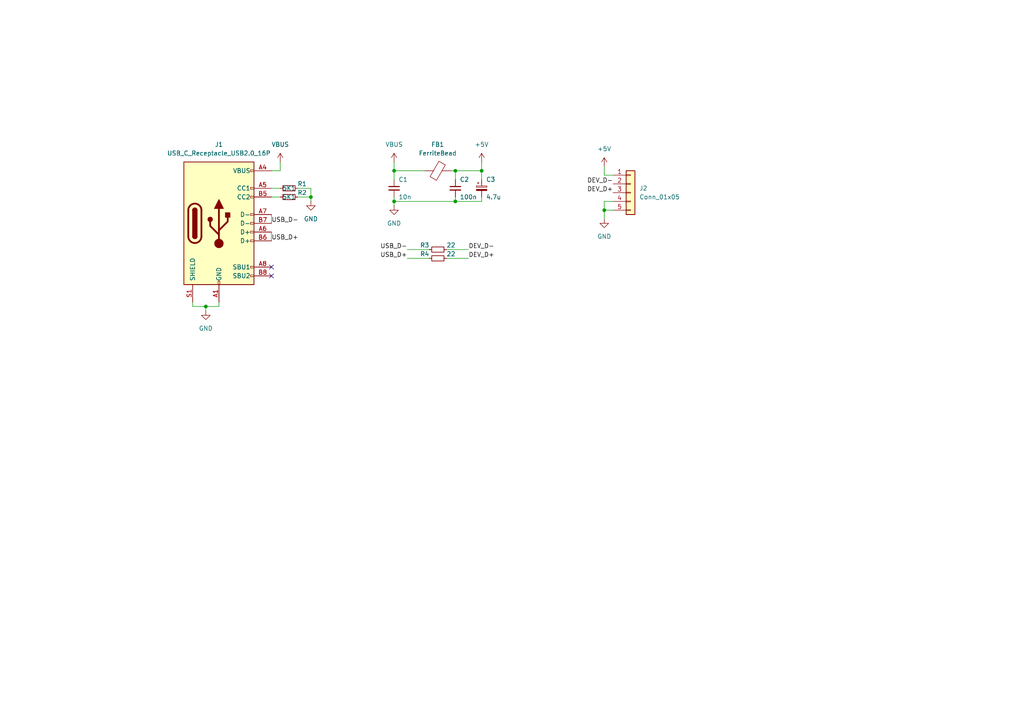
<source format=kicad_sch>
(kicad_sch (version 20231120) (generator "eeschema") (generator_version "8.0")
  (paper "A4")
  (lib_symbols
    (symbol "Connector:USB_C_Receptacle_USB2.0_16P" (pin_names (offset 1.016))
      (property "Reference" "J" (at 0 22.225 0))
      (property "Value" "USB_C_Receptacle_USB2.0_16P" (at 0 19.685 0))
      (symbol "USB_C_Receptacle_USB2.0_16P_0_0"
        (rectangle (start -0.254 -17.78) (end 0.254 -16.764))
        (rectangle (start 10.16 -14.986) (end 9.144 -15.494))
        (rectangle (start 10.16 -12.446) (end 9.144 -12.954))
        (rectangle (start 10.16 -4.826) (end 9.144 -5.334))
        (rectangle (start 10.16 -2.286) (end 9.144 -2.794))
        (rectangle (start 10.16 0.254) (end 9.144 -0.254))
        (rectangle (start 10.16 2.794) (end 9.144 2.286))
        (rectangle (start 10.16 7.874) (end 9.144 7.366))
        (rectangle (start 10.16 10.414) (end 9.144 9.906))
        (rectangle (start 10.16 15.494) (end 9.144 14.986))
      )
      (symbol "USB_C_Receptacle_USB2.0_16P_0_1"
        (rectangle (start -10.16 17.78) (end 10.16 -17.78) (stroke (width 0.254)) (fill (type background)))
        (arc (start -8.89 -3.81) (mid -6.985 -5.7067) (end -5.08 -3.81) (stroke (width 0.508)))
        (arc (start -7.62 -3.81) (mid -6.985 -4.4423) (end -6.35 -3.81) (stroke (width 0.254)))
        (arc (start -7.62 -3.81) (mid -6.985 -4.4423) (end -6.35 -3.81) (stroke (width 0.254)) (fill (type outline)))
        (rectangle (start -7.62 -3.81) (end -6.35 3.81) (stroke (width 0.254)) (fill (type outline)))
        (arc (start -6.35 3.81) (mid -6.985 4.4423) (end -7.62 3.81) (stroke (width 0.254)))
        (arc (start -6.35 3.81) (mid -6.985 4.4423) (end -7.62 3.81) (stroke (width 0.254)) (fill (type outline)))
        (arc (start -5.08 3.81) (mid -6.985 5.7067) (end -8.89 3.81) (stroke (width 0.508)))
        (circle (center -2.54 1.143) (radius 0.635) (stroke (width 0.254)) (fill (type outline)))
        (circle (center 0 -5.842) (radius 1.27) (fill (type outline)))
        (polyline (pts (xy -8.89 -3.81) (xy -8.89 3.81)) (stroke (width 0.508)))
        (polyline (pts (xy -5.08 3.81) (xy -5.08 -3.81)) (stroke (width 0.508)))
        (polyline (pts (xy 0 -5.842) (xy 0 4.318)) (stroke (width 0.508)))
        (polyline (pts (xy 0 -3.302) (xy -2.54 -0.762) (xy -2.54 0.508)) (stroke (width 0.508)))
        (polyline (pts (xy 0 -2.032) (xy 2.54 0.508) (xy 2.54 1.778)) (stroke (width 0.508)))
        (polyline (pts (xy -1.27 4.318) (xy 0 6.858) (xy 1.27 4.318) (xy -1.27 4.318)) (stroke (width 0.254)) (fill (type outline)))
        (rectangle (start 1.905 1.778) (end 3.175 3.048) (stroke (width 0.254)) (fill (type outline)))
      )
      (symbol "USB_C_Receptacle_USB2.0_16P_1_1"
        (pin passive line (at 0 -22.86 90) (length 5.08) (name "GND") (number "A1"))
        (pin passive line (at 0 -22.86 90) (length 5.08) hide (name "GND") (number "A12"))
        (pin passive line (at 15.24 15.24 180) (length 5.08) (name "VBUS") (number "A4"))
        (pin bidirectional line (at 15.24 10.16 180) (length 5.08) (name "CC1") (number "A5"))
        (pin bidirectional line (at 15.24 -2.54 180) (length 5.08) (name "D+") (number "A6"))
        (pin bidirectional line (at 15.24 2.54 180) (length 5.08) (name "D-") (number "A7"))
        (pin bidirectional line (at 15.24 -12.7 180) (length 5.08) (name "SBU1") (number "A8"))
        (pin passive line (at 15.24 15.24 180) (length 5.08) hide (name "VBUS") (number "A9"))
        (pin passive line (at 0 -22.86 90) (length 5.08) hide (name "GND") (number "B1"))
        (pin passive line (at 0 -22.86 90) (length 5.08) hide (name "GND") (number "B12"))
        (pin passive line (at 15.24 15.24 180) (length 5.08) hide (name "VBUS") (number "B4"))
        (pin bidirectional line (at 15.24 7.62 180) (length 5.08) (name "CC2") (number "B5"))
        (pin bidirectional line (at 15.24 -5.08 180) (length 5.08) (name "D+") (number "B6"))
        (pin bidirectional line (at 15.24 0 180) (length 5.08) (name "D-") (number "B7"))
        (pin bidirectional line (at 15.24 -15.24 180) (length 5.08) (name "SBU2") (number "B8"))
        (pin passive line (at 15.24 15.24 180) (length 5.08) hide (name "VBUS") (number "B9"))
        (pin passive line (at -7.62 -22.86 90) (length 5.08) (name "SHIELD") (number "S1"))
      )
    )
    (symbol "Connector_Generic:Conn_01x05" (pin_names (offset 1.016) hide)
      (property "Reference" "J" (at 0 7.62 0))
      (property "Value" "Conn_01x05" (at 0 -7.62 0))
      (symbol "Conn_01x05_1_1"
        (rectangle (start -1.27 -4.953) (end 0 -5.207) (stroke (width 0.1524)))
        (rectangle (start -1.27 -2.413) (end 0 -2.667) (stroke (width 0.1524)))
        (rectangle (start -1.27 0.127) (end 0 -0.127) (stroke (width 0.1524)))
        (rectangle (start -1.27 2.667) (end 0 2.413) (stroke (width 0.1524)))
        (rectangle (start -1.27 5.207) (end 0 4.953) (stroke (width 0.1524)))
        (rectangle (start -1.27 6.35) (end 1.27 -6.35) (stroke (width 0.254)) (fill (type background)))
        (pin passive line (at -5.08 5.08 0) (length 3.81) (name "Pin_1") (number "1"))
        (pin passive line (at -5.08 2.54 0) (length 3.81) (name "Pin_2") (number "2"))
        (pin passive line (at -5.08 0 0) (length 3.81) (name "Pin_3") (number "3"))
        (pin passive line (at -5.08 -2.54 0) (length 3.81) (name "Pin_4") (number "4"))
        (pin passive line (at -5.08 -5.08 0) (length 3.81) (name "Pin_5") (number "5"))
      )
    )
    (symbol "Device:C_Polarized_Small" (pin_numbers hide) (pin_names (offset 0.254) hide)
      (property "Reference" "C" (at 0.254 1.778 0))
      (property "Value" "C_Polarized_Small" (at 0.254 -2.032 0))
      (symbol "C_Polarized_Small_0_1"
        (rectangle (start -1.524 -0.3048) (end 1.524 -0.6858) (fill (type outline)))
        (rectangle (start -1.524 0.6858) (end 1.524 0.3048))
        (polyline (pts (xy -1.27 1.524) (xy -0.762 1.524)))
        (polyline (pts (xy -1.016 1.27) (xy -1.016 1.778)))
      )
      (symbol "C_Polarized_Small_1_1"
        (pin passive line (at 0 2.54 270) (length 1.8542) (name "~") (number "1"))
        (pin passive line (at 0 -2.54 90) (length 1.8542) (name "~") (number "2"))
      )
    )
    (symbol "Device:C_Small" (pin_numbers hide) (pin_names (offset 0.254) hide)
      (property "Reference" "C" (at 0.254 1.778 0))
      (property "Value" "C_Small" (at 0.254 -2.032 0))
      (symbol "C_Small_0_1"
        (polyline (pts (xy -1.524 -0.508) (xy 1.524 -0.508)) (stroke (width 0.3302)))
        (polyline (pts (xy -1.524 0.508) (xy 1.524 0.508)) (stroke (width 0.3048)))
      )
      (symbol "C_Small_1_1"
        (pin passive line (at 0 2.54 270) (length 2.032) (name "~") (number "1"))
        (pin passive line (at 0 -2.54 90) (length 2.032) (name "~") (number "2"))
      )
    )
    (symbol "Device:FerriteBead" (pin_numbers hide) (pin_names (offset 0))
      (property "Reference" "FB" (at -3.81 0.635 90))
      (property "Value" "FerriteBead" (at 3.81 0 90))
      (symbol "FerriteBead_0_1"
        (polyline (pts (xy 0 -1.27) (xy 0 -1.2192)))
        (polyline (pts (xy 0 1.27) (xy 0 1.2954)))
        (polyline (pts (xy -2.7686 0.4064) (xy -1.7018 2.2606) (xy 2.7686 -0.3048) (xy 1.6764 -2.159) (xy -2.7686 0.4064)))
      )
      (symbol "FerriteBead_1_1"
        (pin passive line (at 0 3.81 270) (length 2.54) (name "~") (number "1"))
        (pin passive line (at 0 -3.81 90) (length 2.54) (name "~") (number "2"))
      )
    )
    (symbol "Device:R_Small" (pin_numbers hide) (pin_names (offset 0.254) hide)
      (property "Reference" "R" (at 0.762 0.508 0))
      (property "Value" "R_Small" (at 0.762 -1.016 0))
      (symbol "R_Small_0_1"
        (rectangle (start -0.762 1.778) (end 0.762 -1.778) (stroke (width 0.2032)))
      )
      (symbol "R_Small_1_1"
        (pin passive line (at 0 2.54 270) (length 0.762) (name "~") (number "1"))
        (pin passive line (at 0 -2.54 90) (length 0.762) (name "~") (number "2"))
      )
    )
    (symbol "power:+5V" (power) (pin_numbers hide) (pin_names (offset 0) hide)
      (property "Value" "+5V" (at 0 3.556 0))
      (symbol "+5V_0_1"
        (polyline (pts (xy -0.762 1.27) (xy 0 2.54)))
        (polyline (pts (xy 0 0) (xy 0 2.54)))
        (polyline (pts (xy 0 2.54) (xy 0.762 1.27)))
      )
      (symbol "+5V_1_1"
        (pin power_in line (at 0 0 90) (length 0) (name "~") (number "1"))
      )
    )
    (symbol "power:GND" (power) (pin_numbers hide) (pin_names (offset 0) hide)
      (property "Value" "GND" (at 0 -3.81 0))
      (symbol "GND_0_1"
        (polyline (pts (xy 0 0) (xy 0 -1.27) (xy 1.27 -1.27) (xy 0 -2.54) (xy -1.27 -1.27) (xy 0 -1.27)))
      )
      (symbol "GND_1_1"
        (pin power_in line (at 0 0 270) (length 0) (name "~") (number "1"))
      )
    )
    (symbol "power:VBUS" (power) (pin_numbers hide) (pin_names (offset 0) hide)
      (property "Value" "VBUS" (at 0 3.556 0))
      (symbol "VBUS_0_1"
        (polyline (pts (xy -0.762 1.27) (xy 0 2.54)))
        (polyline (pts (xy 0 0) (xy 0 2.54)))
        (polyline (pts (xy 0 2.54) (xy 0.762 1.27)))
      )
      (symbol "VBUS_1_1"
        (pin power_in line (at 0 0 90) (length 0) (name "~") (number "1"))
      )
    )
  )
  (junction (at 114.3 58.42))
  (junction (at 59.69 88.9))
  (junction (at 139.7 49.53))
  (junction (at 90.17 57.15))
  (junction (at 132.08 58.42))
  (junction (at 114.3 49.53))
  (junction (at 175.26 60.96))
  (junction (at 132.08 49.53))
  (no_connect (at 78.74 80.01))
  (no_connect (at 78.74 77.47))
  (wire (pts (xy 177.8 60.96) (xy 175.26 60.96)))
  (wire (pts (xy 114.3 49.53) (xy 123.19 49.53)))
  (wire (pts (xy 114.3 57.15) (xy 114.3 58.42)))
  (wire (pts (xy 78.74 57.15) (xy 81.28 57.15)))
  (wire (pts (xy 78.74 67.31) (xy 78.74 69.85)))
  (wire (pts (xy 175.26 58.42) (xy 175.26 60.96)))
  (wire (pts (xy 90.17 54.61) (xy 90.17 57.15)))
  (wire (pts (xy 78.74 49.53) (xy 81.28 49.53)))
  (wire (pts (xy 177.8 58.42) (xy 175.26 58.42)))
  (wire (pts (xy 78.74 54.61) (xy 81.28 54.61)))
  (wire (pts (xy 132.08 57.15) (xy 132.08 58.42)))
  (wire (pts (xy 55.88 88.9) (xy 55.88 87.63)))
  (wire (pts (xy 114.3 49.53) (xy 114.3 52.07)))
  (wire (pts (xy 132.08 49.53) (xy 139.7 49.53)))
  (wire (pts (xy 129.54 72.39) (xy 135.89 72.39)))
  (wire (pts (xy 114.3 46.99) (xy 114.3 49.53)))
  (wire (pts (xy 130.81 49.53) (xy 132.08 49.53)))
  (wire (pts (xy 59.69 88.9) (xy 59.69 90.17)))
  (wire (pts (xy 63.5 88.9) (xy 59.69 88.9)))
  (wire (pts (xy 78.74 62.23) (xy 78.74 64.77)))
  (wire (pts (xy 86.36 54.61) (xy 90.17 54.61)))
  (wire (pts (xy 175.26 60.96) (xy 175.26 63.5)))
  (wire (pts (xy 139.7 49.53) (xy 139.7 52.07)))
  (wire (pts (xy 114.3 58.42) (xy 114.3 59.69)))
  (wire (pts (xy 59.69 88.9) (xy 55.88 88.9)))
  (wire (pts (xy 132.08 49.53) (xy 132.08 52.07)))
  (wire (pts (xy 86.36 57.15) (xy 90.17 57.15)))
  (wire (pts (xy 175.26 50.8) (xy 175.26 48.26)))
  (wire (pts (xy 139.7 49.53) (xy 139.7 46.99)))
  (wire (pts (xy 81.28 49.53) (xy 81.28 46.99)))
  (wire (pts (xy 90.17 57.15) (xy 90.17 58.42)))
  (wire (pts (xy 139.7 58.42) (xy 132.08 58.42)))
  (wire (pts (xy 129.54 74.93) (xy 135.89 74.93)))
  (wire (pts (xy 177.8 50.8) (xy 175.26 50.8)))
  (wire (pts (xy 139.7 57.15) (xy 139.7 58.42)))
  (wire (pts (xy 118.11 74.93) (xy 124.46 74.93)))
  (wire (pts (xy 63.5 87.63) (xy 63.5 88.9)))
  (wire (pts (xy 118.11 72.39) (xy 124.46 72.39)))
  (wire (pts (xy 132.08 58.42) (xy 114.3 58.42)))
  (label "USB_D-" (at 118.11 72.39 180))
  (label "USB_D-" (at 78.74 64.77 0))
  (label "DEV_D+" (at 135.89 74.93 0))
  (label "DEV_D-" (at 177.8 53.34 180))
  (label "USB_D+" (at 78.74 69.85 0))
  (label "DEV_D+" (at 177.8 55.88 180))
  (label "DEV_D-" (at 135.89 72.39 0))
  (label "USB_D+" (at 118.11 74.93 180))
  (symbol (lib_id "Device:C_Polarized_Small") (at 139.7 54.61 0) (unit 1)
    (property "Reference" "C3" (at 140.97 52.07 0) (effects (justify left)))
    (property "Value" "4.7u" (at 140.97 57.15 0) (effects (justify left)))
    (property "Footprint" "Capacitor_SMD:CP_Elec_4x4.5" (effects (hide yes)))
    (property "Datasheet" "https://www.we-online.com/components/products/datasheet/865080540002.pdf" (effects (hide yes)))
    (property "Description" "Polarized capacitor, small symbol" (effects (hide yes)))
    (property "Part Number" "865080540002" (effects (hide yes)))
  )
  (symbol (lib_id "power:+5V") (at 139.7 46.99 0) (unit 1)
    (property "Reference" "#PWR05" (effects (hide yes)))
    (property "Value" "+5V" (at 139.7 41.91 0))
    (property "Description" "Power symbol creates a global label with name \"+5V\"" (effects (hide yes)))
  )
  (symbol (lib_id "Device:R_Small") (at 83.82 57.15 90) (unit 1)
    (property "Reference" "R2" (at 87.63 55.88 90))
    (property "Value" "5K1" (at 83.82 57.15 90))
    (property "Footprint" "Resistor_SMD:R_0805_2012Metric_Pad1.20x1.40mm_HandSolder" (effects (hide yes)))
    (property "Description" "Resistor, small symbol" (effects (hide yes)))
  )
  (symbol (lib_id "power:+5V") (at 175.26 48.26 0) (unit 1)
    (property "Reference" "#PWR07" (effects (hide yes)))
    (property "Value" "+5V" (at 175.26 43.18 0))
    (property "Description" "Power symbol creates a global label with name \"+5V\"" (effects (hide yes)))
  )
  (symbol (lib_id "power:GND") (at 90.17 58.42 0) (unit 1)
    (property "Reference" "#PWR03" (effects (hide yes)))
    (property "Value" "GND" (at 90.17 63.5 0))
    (property "Description" "Power symbol creates a global label with name \"GND\" , ground" (effects (hide yes)))
  )
  (symbol (lib_id "Device:R_Small") (at 83.82 54.61 90) (unit 1)
    (property "Reference" "R1" (at 87.63 53.34 90))
    (property "Value" "5K1" (at 83.82 54.61 90))
    (property "Footprint" "Resistor_SMD:R_0805_2012Metric_Pad1.20x1.40mm_HandSolder" (effects (hide yes)))
    (property "Description" "Resistor, small symbol" (effects (hide yes)))
  )
  (symbol (lib_id "Device:C_Small") (at 114.3 54.61 0) (unit 1)
    (property "Reference" "C1" (at 115.57 52.07 0) (effects (justify left)))
    (property "Value" "10n" (at 115.57 57.15 0) (effects (justify left)))
    (property "Footprint" "Capacitor_SMD:C_0805_2012Metric_Pad1.18x1.45mm_HandSolder" (effects (hide yes)))
    (property "Description" "Unpolarized capacitor, small symbol" (effects (hide yes)))
  )
  (symbol (lib_id "Connector_Generic:Conn_01x05") (at 182.88 55.88 0) (unit 1)
    (property "Reference" "J2" (at 185.42 54.6099 0) (effects (justify left)))
    (property "Value" "Conn_01x05" (at 185.42 57.1499 0) (effects (justify left)))
    (property "Footprint" "Connector_PinHeader_1.27mm:PinHeader_1x05_P1.27mm_Vertical" (effects (hide yes)))
    (property "Description" "Generic connector, single row, 01x05, script generated (kicad-library-utils/schlib/autogen/connector/)" (effects (hide yes)))
  )
  (symbol (lib_id "power:GND") (at 59.69 90.17 0) (unit 1)
    (property "Reference" "#PWR02" (effects (hide yes)))
    (property "Value" "GND" (at 59.69 95.25 0))
    (property "Description" "Power symbol creates a global label with name \"GND\" , ground" (effects (hide yes)))
  )
  (symbol (lib_id "power:VBUS") (at 114.3 46.99 0) (unit 1)
    (property "Reference" "#PWR04" (effects (hide yes)))
    (property "Value" "VBUS" (at 114.3 41.91 0))
    (property "Description" "Power symbol creates a global label with name \"VBUS\"" (effects (hide yes)))
  )
  (symbol (lib_id "Device:R_Small") (at 127 74.93 90) (unit 1)
    (property "Reference" "R4" (at 123.19 73.66 90))
    (property "Value" "22" (at 130.81 73.66 90))
    (property "Footprint" "Resistor_SMD:R_0805_2012Metric_Pad1.20x1.40mm_HandSolder" (effects (hide yes)))
    (property "Description" "Resistor, small symbol" (effects (hide yes)))
  )
  (symbol (lib_id "power:GND") (at 175.26 63.5 0) (unit 1)
    (property "Reference" "#PWR08" (effects (hide yes)))
    (property "Value" "GND" (at 175.26 68.58 0))
    (property "Description" "Power symbol creates a global label with name \"GND\" , ground" (effects (hide yes)))
  )
  (symbol (lib_id "power:VBUS") (at 81.28 46.99 0) (unit 1)
    (property "Reference" "#PWR01" (effects (hide yes)))
    (property "Value" "VBUS" (at 81.28 41.91 0))
    (property "Description" "Power symbol creates a global label with name \"VBUS\"" (effects (hide yes)))
  )
  (symbol (lib_id "Device:C_Small") (at 132.08 54.61 0) (unit 1)
    (property "Reference" "C2" (at 133.35 52.07 0) (effects (justify left)))
    (property "Value" "100n" (at 133.35 57.15 0) (effects (justify left)))
    (property "Footprint" "Capacitor_SMD:C_0805_2012Metric_Pad1.18x1.45mm_HandSolder" (effects (hide yes)))
    (property "Description" "Unpolarized capacitor, small symbol" (effects (hide yes)))
  )
  (symbol (lib_id "Device:R_Small") (at 127 72.39 90) (unit 1)
    (property "Reference" "R3" (at 123.19 71.12 90))
    (property "Value" "22" (at 130.81 71.12 90))
    (property "Footprint" "Resistor_SMD:R_0805_2012Metric_Pad1.20x1.40mm_HandSolder" (effects (hide yes)))
    (property "Description" "Resistor, small symbol" (effects (hide yes)))
  )
  (symbol (lib_id "power:GND") (at 114.3 59.69 0) (unit 1)
    (property "Reference" "#PWR06" (effects (hide yes)))
    (property "Value" "GND" (at 114.3 64.77 0))
    (property "Description" "Power symbol creates a global label with name \"GND\" , ground" (effects (hide yes)))
  )
  (symbol (lib_id "Device:FerriteBead") (at 127 49.53 90) (unit 1)
    (property "Reference" "FB1" (at 126.9492 41.91 90))
    (property "Value" "FerriteBead" (at 126.9492 44.45 90))
    (property "Footprint" "Inductor_SMD:L_0805_2012Metric_Pad1.15x1.40mm_HandSolder" (effects (hide yes)))
    (property "Description" "Ferrite bead" (effects (hide yes)))
  )
  (symbol (lib_id "Connector:USB_C_Receptacle_USB2.0_16P") (at 63.5 64.77 0) (unit 1)
    (property "Reference" "J1" (at 63.5 41.91 0))
    (property "Value" "USB_C_Receptacle_USB2.0_16P" (at 63.5 44.45 0))
    (property "Footprint" "Connector_USB:USB_C_Receptacle_G-Switch_GT-USB-7010ASV" (effects (hide yes)))
    (property "Datasheet" "https://www.usb.org/sites/default/files/documents/usb_type-c.zip" (effects (hide yes)))
    (property "Description" "USB 2.0-only 16P Type-C Receptacle connector" (effects (hide yes)))
  )
)
</source>
